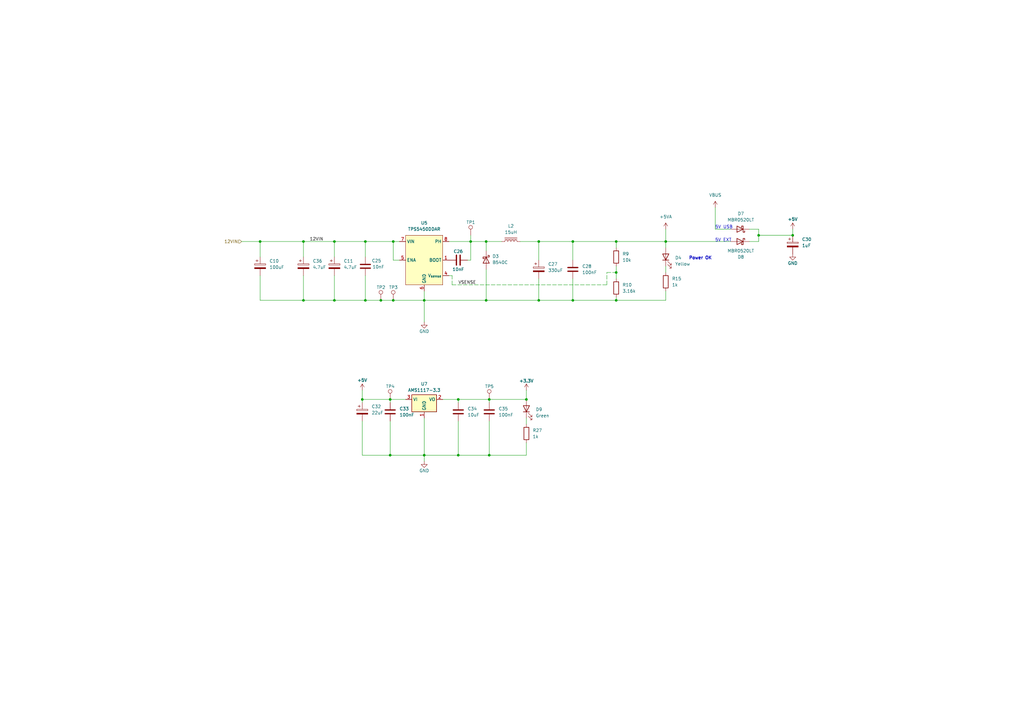
<source format=kicad_sch>
(kicad_sch (version 20231120) (generator "eeschema") (generator_version "8.0")
  (paper "A3")
  (title_block (title "Porto - Butterfly") (date "2025-02-23") (rev "v2.0"))
  (lib_symbols
    (symbol "Connector:TestPoint" (pin_numbers hide) (pin_names (offset 0.762) hide)
      (property "Reference" "TP" (at 0 6.858 0))
      (property "Value" "TestPoint" (at 0 5.08 0))
      (symbol "TestPoint_0_1"
        (circle (center 0 3.302) (radius 0.762))
      )
      (symbol "TestPoint_1_1"
        (pin passive line (at 0 0 90) (length 2.54) (name "1") (number "1"))
      )
    )
    (symbol "Device:C" (pin_numbers hide) (pin_names (offset 0.254))
      (property "Reference" "C" (at 0.635 2.54 0))
      (property "Value" "C" (at 0.635 -2.54 0))
      (symbol "C_0_1"
        (polyline (pts (xy -2.032 -0.762) (xy 2.032 -0.762)) (stroke (width 0.508)))
        (polyline (pts (xy -2.032 0.762) (xy 2.032 0.762)) (stroke (width 0.508)))
      )
      (symbol "C_1_1"
        (pin passive line (at 0 3.81 270) (length 2.794) (name "~") (number "1"))
        (pin passive line (at 0 -3.81 90) (length 2.794) (name "~") (number "2"))
      )
    )
    (symbol "Device:C_Polarized" (pin_numbers hide) (pin_names (offset 0.254))
      (property "Reference" "C" (at 0.635 2.54 0))
      (property "Value" "C_Polarized" (at 0.635 -2.54 0))
      (symbol "C_Polarized_0_1"
        (rectangle (start -2.286 0.508) (end 2.286 1.016))
        (polyline (pts (xy -1.778 2.286) (xy -0.762 2.286)))
        (polyline (pts (xy -1.27 2.794) (xy -1.27 1.778)))
        (rectangle (start 2.286 -0.508) (end -2.286 -1.016) (fill (type outline)))
      )
      (symbol "C_Polarized_1_1"
        (pin passive line (at 0 3.81 270) (length 2.794) (name "~") (number "1"))
        (pin passive line (at 0 -3.81 90) (length 2.794) (name "~") (number "2"))
      )
    )
    (symbol "Device:D_Schottky" (pin_numbers hide) (pin_names (offset 1.016) hide)
      (property "Reference" "D" (at 0 2.54 0))
      (property "Value" "D_Schottky" (at 0 -2.54 0))
      (symbol "D_Schottky_0_1"
        (polyline (pts (xy 1.27 0) (xy -1.27 0)))
        (polyline (pts (xy 1.27 1.27) (xy 1.27 -1.27) (xy -1.27 0) (xy 1.27 1.27)) (stroke (width 0.254)))
        (polyline (pts (xy -1.905 0.635) (xy -1.905 1.27) (xy -1.27 1.27) (xy -1.27 -1.27) (xy -0.635 -1.27) (xy -0.635 -0.635)) (stroke (width 0.254)))
      )
      (symbol "D_Schottky_1_1"
        (pin passive line (at -3.81 0 0) (length 2.54) (name "K") (number "1"))
        (pin passive line (at 3.81 0 180) (length 2.54) (name "A") (number "2"))
      )
    )
    (symbol "Device:LED" (pin_numbers hide) (pin_names (offset 1.016) hide)
      (property "Reference" "D" (at 0 2.54 0))
      (property "Value" "LED" (at 0 -2.54 0))
      (symbol "LED_0_1"
        (polyline (pts (xy -1.27 -1.27) (xy -1.27 1.27)) (stroke (width 0.254)))
        (polyline (pts (xy -1.27 0) (xy 1.27 0)))
        (polyline (pts (xy 1.27 -1.27) (xy 1.27 1.27) (xy -1.27 0) (xy 1.27 -1.27)) (stroke (width 0.254)))
        (polyline (pts (xy -3.048 -0.762) (xy -4.572 -2.286) (xy -3.81 -2.286) (xy -4.572 -2.286) (xy -4.572 -1.524)))
        (polyline (pts (xy -1.778 -0.762) (xy -3.302 -2.286) (xy -2.54 -2.286) (xy -3.302 -2.286) (xy -3.302 -1.524)))
      )
      (symbol "LED_1_1"
        (pin passive line (at -3.81 0 0) (length 2.54) (name "K") (number "1"))
        (pin passive line (at 3.81 0 180) (length 2.54) (name "A") (number "2"))
      )
    )
    (symbol "Device:L_Iron" (pin_numbers hide) (pin_names (offset 1.016) hide)
      (property "Reference" "L" (at -1.27 0 90))
      (property "Value" "L_Iron" (at 2.794 0 90))
      (symbol "L_Iron_0_1"
        (arc (start 0 -2.54) (mid 0.6323 -1.905) (end 0 -1.27))
        (arc (start 0 -1.27) (mid 0.6323 -0.635) (end 0 0))
        (polyline (pts (xy 1.016 2.54) (xy 1.016 -2.54)))
        (polyline (pts (xy 1.524 -2.54) (xy 1.524 2.54)))
        (arc (start 0 0) (mid 0.6323 0.635) (end 0 1.27))
        (arc (start 0 1.27) (mid 0.6323 1.905) (end 0 2.54))
      )
      (symbol "L_Iron_1_1"
        (pin passive line (at 0 3.81 270) (length 1.27) (name "1") (number "1"))
        (pin passive line (at 0 -3.81 90) (length 1.27) (name "2") (number "2"))
      )
    )
    (symbol "Device:R" (pin_numbers hide) (pin_names (offset 0))
      (property "Reference" "R" (at 2.032 0 90))
      (property "Value" "R" (at 0 0 90))
      (symbol "R_0_1"
        (rectangle (start -1.016 -2.54) (end 1.016 2.54) (stroke (width 0.254)))
      )
      (symbol "R_1_1"
        (pin passive line (at 0 3.81 270) (length 1.27) (name "~") (number "1"))
        (pin passive line (at 0 -3.81 90) (length 1.27) (name "~") (number "2"))
      )
    )
    (symbol "Diode:MBR0520LT" (pin_numbers hide) (pin_names (offset 1.016) hide)
      (property "Reference" "D" (at 0 2.54 0))
      (property "Value" "MBR0520LT" (at 0 -2.54 0))
      (symbol "MBR0520LT_0_1"
        (polyline (pts (xy 1.27 0) (xy -1.27 0)))
        (polyline (pts (xy 1.27 1.27) (xy 1.27 -1.27) (xy -1.27 0) (xy 1.27 1.27)) (stroke (width 0.254)))
        (polyline (pts (xy -1.905 0.635) (xy -1.905 1.27) (xy -1.27 1.27) (xy -1.27 -1.27) (xy -0.635 -1.27) (xy -0.635 -0.635)) (stroke (width 0.254)))
      )
      (symbol "MBR0520LT_1_1"
        (pin passive line (at -3.81 0 0) (length 2.54) (name "K") (number "1"))
        (pin passive line (at 3.81 0 180) (length 2.54) (name "A") (number "2"))
      )
    )
    (symbol "Regulator_Linear:AMS1117-3.3"
      (property "Reference" "U" (at -3.81 3.175 0))
      (property "Value" "AMS1117-3.3" (at 0 3.175 0))
      (symbol "AMS1117-3.3_0_1"
        (rectangle (start -5.08 -5.08) (end 5.08 1.905) (stroke (width 0.254)) (fill (type background)))
      )
      (symbol "AMS1117-3.3_1_1"
        (pin power_in line (at 0 -7.62 90) (length 2.54) (name "GND") (number "1"))
        (pin power_out line (at 7.62 0 180) (length 2.54) (name "VO") (number "2"))
        (pin power_in line (at -7.62 0 0) (length 2.54) (name "VI") (number "3"))
      )
    )
    (symbol "butterfly-schematic-libs:TPS5450DDAR"
      (property "Reference" "U" (at 0 14.478 0))
      (property "Value" "TPS5450DDAR" (at 0 12.192 0))
      (symbol "TPS5450DDAR_0_0"
        (pin unspecified line (at 10.16 0 180) (length 2.54) (name "BOOT") (number "1"))
        (pin unspecified line (at 10.16 -6.35 180) (length 2.54) (name "V_{sense}") (number "4"))
        (pin unspecified line (at -10.16 0 0) (length 2.54) (name "ENA") (number "5"))
        (pin unspecified line (at 0 -12.7 90) (length 2.54) (name "GND") (number "6"))
        (pin unspecified line (at -10.16 7.62 0) (length 2.54) (name "VIN") (number "7"))
        (pin unspecified line (at 10.16 7.62 180) (length 2.54) (name "PH") (number "8"))
      )
      (symbol "TPS5450DDAR_1_0"
        (pin no_connect line (at -10.16 -6.35 0) (length 2.54) hide (name "") (number "2"))
        (pin no_connect line (at -10.16 -8.89 0) (length 2.54) hide (name "") (number "3"))
        (pin unspecified line (at 0 -12.7 90) (length 2.54) hide (name "GND") (number "9"))
      )
      (symbol "TPS5450DDAR_1_1"
        (rectangle (start -7.62 10.16) (end 7.62 -10.16) (fill (type background)))
      )
    )
    (symbol "power:+3.3V" (power) (pin_numbers hide) (pin_names (offset 0) hide)
      (property "Value" "+3.3V" (at 0 3.556 0))
      (symbol "+3.3V_0_1"
        (polyline (pts (xy -0.762 1.27) (xy 0 2.54)))
        (polyline (pts (xy 0 0) (xy 0 2.54)))
        (polyline (pts (xy 0 2.54) (xy 0.762 1.27)))
      )
      (symbol "+3.3V_1_1"
        (pin power_in line (at 0 0 90) (length 0) (name "~") (number "1"))
      )
    )
    (symbol "power:+5V" (power) (pin_numbers hide) (pin_names (offset 0) hide)
      (property "Value" "+5V" (at 0 3.556 0))
      (symbol "+5V_0_1"
        (polyline (pts (xy -0.762 1.27) (xy 0 2.54)))
        (polyline (pts (xy 0 0) (xy 0 2.54)))
        (polyline (pts (xy 0 2.54) (xy 0.762 1.27)))
      )
      (symbol "+5V_1_1"
        (pin power_in line (at 0 0 90) (length 0) (name "~") (number "1"))
      )
    )
    (symbol "power:+5VA" (power) (pin_numbers hide) (pin_names (offset 0) hide)
      (property "Value" "+5VA" (at 0 3.556 0))
      (symbol "+5VA_0_1"
        (polyline (pts (xy -0.762 1.27) (xy 0 2.54)))
        (polyline (pts (xy 0 0) (xy 0 2.54)))
        (polyline (pts (xy 0 2.54) (xy 0.762 1.27)))
      )
      (symbol "+5VA_1_1"
        (pin power_in line (at 0 0 90) (length 0) (name "~") (number "1"))
      )
    )
    (symbol "power:GND" (power) (pin_numbers hide) (pin_names (offset 0) hide)
      (property "Value" "GND" (at 0 -3.81 0))
      (symbol "GND_0_1"
        (polyline (pts (xy 0 0) (xy 0 -1.27) (xy 1.27 -1.27) (xy 0 -2.54) (xy -1.27 -1.27) (xy 0 -1.27)))
      )
      (symbol "GND_1_1"
        (pin power_in line (at 0 0 270) (length 0) (name "~") (number "1"))
      )
    )
    (symbol "power:VBUS" (power) (pin_numbers hide) (pin_names (offset 0) hide)
      (property "Value" "VBUS" (at 0 3.556 0))
      (symbol "VBUS_0_1"
        (polyline (pts (xy -0.762 1.27) (xy 0 2.54)))
        (polyline (pts (xy 0 0) (xy 0 2.54)))
        (polyline (pts (xy 0 2.54) (xy 0.762 1.27)))
      )
      (symbol "VBUS_1_1"
        (pin power_in line (at 0 0 90) (length 0) (name "~") (number "1"))
      )
    )
  )
  (junction (at 215.9 163.83))
  (junction (at 199.39 123.19))
  (junction (at 220.98 99.06))
  (junction (at 137.16 99.06))
  (junction (at 199.39 99.06))
  (junction (at 160.02 186.69))
  (junction (at 234.95 123.19))
  (junction (at 106.68 99.06))
  (junction (at 149.86 99.06))
  (junction (at 252.73 123.19))
  (junction (at 161.29 123.19))
  (junction (at 325.12 96.52))
  (junction (at 156.21 123.19))
  (junction (at 234.95 99.06))
  (junction (at 137.16 123.19))
  (junction (at 200.66 186.69))
  (junction (at 311.15 96.52))
  (junction (at 149.86 123.19))
  (junction (at 124.46 99.06))
  (junction (at 273.05 99.06))
  (junction (at 252.73 111.76))
  (junction (at 200.66 163.83))
  (junction (at 193.04 99.06))
  (junction (at 148.59 163.83))
  (junction (at 173.99 186.69))
  (junction (at 161.29 99.06))
  (junction (at 124.46 123.19))
  (junction (at 187.96 163.83))
  (junction (at 187.96 186.69))
  (junction (at 173.99 123.19))
  (junction (at 160.02 163.83))
  (junction (at 220.98 123.19))
  (junction (at 252.73 99.06))
  (wire (pts (xy 184.15 99.06) (xy 193.04 99.06)))
  (wire (pts (xy 161.29 106.68) (xy 161.29 99.06)))
  (wire (pts (xy 252.73 123.19) (xy 234.95 123.19)))
  (wire (pts (xy 124.46 99.06) (xy 124.46 105.41)))
  (wire (pts (xy 220.98 99.06) (xy 220.98 106.68)))
  (wire (pts (xy 173.99 186.69) (xy 187.96 186.69)))
  (wire (pts (xy 137.16 99.06) (xy 137.16 105.41)))
  (wire (pts (xy 124.46 113.03) (xy 124.46 123.19)))
  (wire (pts (xy 311.15 93.98) (xy 307.34 93.98)))
  (wire (pts (xy 124.46 123.19) (xy 137.16 123.19)))
  (wire (pts (xy 311.15 96.52) (xy 311.15 93.98)))
  (wire (pts (xy 252.73 111.76) (xy 252.73 114.3)))
  (wire (pts (xy 124.46 99.06) (xy 137.16 99.06)))
  (wire (pts (xy 213.36 99.06) (xy 220.98 99.06)))
  (wire (pts (xy 160.02 163.83) (xy 166.37 163.83)))
  (wire (pts (xy 273.05 99.06) (xy 299.72 99.06)))
  (wire (pts (xy 99.06 99.06) (xy 106.68 99.06)))
  (wire (pts (xy 293.37 85.09) (xy 293.37 93.98)))
  (wire (pts (xy 273.05 119.38) (xy 273.05 123.19)))
  (wire (pts (xy 234.95 106.68) (xy 234.95 99.06)))
  (wire (pts (xy 187.96 172.72) (xy 187.96 186.69)))
  (wire (pts (xy 191.77 106.68) (xy 193.04 106.68)))
  (wire (pts (xy 148.59 165.1) (xy 148.59 163.83)))
  (wire (pts (xy 200.66 172.72) (xy 200.66 186.69)))
  (wire (pts (xy 200.66 163.83) (xy 200.66 165.1)))
  (wire (pts (xy 137.16 113.03) (xy 137.16 123.19)))
  (wire (pts (xy 200.66 186.69) (xy 187.96 186.69)))
  (wire (pts (xy 215.9 186.69) (xy 200.66 186.69)))
  (wire (pts (xy 220.98 123.19) (xy 199.39 123.19)))
  (wire (pts (xy 220.98 114.3) (xy 220.98 123.19)))
  (wire (pts (xy 106.68 99.06) (xy 124.46 99.06)))
  (wire (pts (xy 215.9 171.45) (xy 215.9 173.99)))
  (wire (pts (xy 173.99 123.19) (xy 161.29 123.19)))
  (wire (pts (xy 149.86 99.06) (xy 161.29 99.06)))
  (wire (pts (xy 215.9 181.61) (xy 215.9 186.69)))
  (wire (pts (xy 273.05 101.6) (xy 273.05 99.06)))
  (wire (pts (xy 273.05 93.98) (xy 273.05 99.06)))
  (wire (pts (xy 181.61 163.83) (xy 187.96 163.83)))
  (wire (pts (xy 161.29 123.19) (xy 156.21 123.19)))
  (wire (pts (xy 307.34 99.06) (xy 311.15 99.06)))
  (wire (pts (xy 199.39 99.06) (xy 205.74 99.06)))
  (wire (pts (xy 248.92 111.76) (xy 252.73 111.76)) (stroke (width 0) (type dash)))
  (wire (pts (xy 193.04 99.06) (xy 199.39 99.06)))
  (wire (pts (xy 234.95 99.06) (xy 252.73 99.06)))
  (wire (pts (xy 248.92 116.84) (xy 248.92 111.76)) (stroke (width 0) (type dash)))
  (wire (pts (xy 160.02 163.83) (xy 160.02 165.1)))
  (wire (pts (xy 311.15 96.52) (xy 325.12 96.52)))
  (wire (pts (xy 325.12 93.98) (xy 325.12 96.52)))
  (wire (pts (xy 163.83 106.68) (xy 161.29 106.68)))
  (wire (pts (xy 173.99 123.19) (xy 173.99 119.38)))
  (wire (pts (xy 148.59 186.69) (xy 160.02 186.69)))
  (wire (pts (xy 185.42 116.84) (xy 185.42 113.03)) (stroke (width 0) (type dash)))
  (wire (pts (xy 234.95 123.19) (xy 220.98 123.19)))
  (wire (pts (xy 185.42 113.03) (xy 184.15 113.03)) (stroke (width 0) (type dash)))
  (wire (pts (xy 199.39 123.19) (xy 173.99 123.19)))
  (wire (pts (xy 149.86 113.03) (xy 149.86 123.19)))
  (wire (pts (xy 311.15 99.06) (xy 311.15 96.52)))
  (wire (pts (xy 193.04 96.52) (xy 193.04 99.06)))
  (wire (pts (xy 173.99 123.19) (xy 173.99 132.08)))
  (wire (pts (xy 293.37 93.98) (xy 299.72 93.98)))
  (wire (pts (xy 199.39 110.49) (xy 199.39 123.19)))
  (wire (pts (xy 106.68 113.03) (xy 106.68 123.19)))
  (wire (pts (xy 234.95 99.06) (xy 220.98 99.06)))
  (wire (pts (xy 273.05 99.06) (xy 252.73 99.06)))
  (wire (pts (xy 200.66 163.83) (xy 215.9 163.83)))
  (wire (pts (xy 187.96 163.83) (xy 187.96 165.1)))
  (wire (pts (xy 193.04 106.68) (xy 193.04 99.06)))
  (wire (pts (xy 148.59 163.83) (xy 160.02 163.83)))
  (wire (pts (xy 149.86 123.19) (xy 137.16 123.19)))
  (wire (pts (xy 106.68 123.19) (xy 124.46 123.19)))
  (wire (pts (xy 252.73 109.22) (xy 252.73 111.76)))
  (wire (pts (xy 149.86 99.06) (xy 149.86 105.41)))
  (wire (pts (xy 252.73 99.06) (xy 252.73 101.6)))
  (wire (pts (xy 106.68 105.41) (xy 106.68 99.06)))
  (wire (pts (xy 273.05 123.19) (xy 252.73 123.19)))
  (wire (pts (xy 173.99 186.69) (xy 173.99 189.23)))
  (wire (pts (xy 185.42 116.84) (xy 248.92 116.84)) (stroke (width 0) (type dash)))
  (wire (pts (xy 173.99 171.45) (xy 173.99 186.69)))
  (wire (pts (xy 234.95 114.3) (xy 234.95 123.19)))
  (wire (pts (xy 148.59 172.72) (xy 148.59 186.69)))
  (wire (pts (xy 156.21 123.19) (xy 149.86 123.19)))
  (wire (pts (xy 199.39 99.06) (xy 199.39 102.87)))
  (wire (pts (xy 160.02 186.69) (xy 173.99 186.69)))
  (wire (pts (xy 148.59 160.02) (xy 148.59 163.83)))
  (wire (pts (xy 252.73 121.92) (xy 252.73 123.19)))
  (wire (pts (xy 137.16 99.06) (xy 149.86 99.06)))
  (wire (pts (xy 215.9 160.02) (xy 215.9 163.83)))
  (wire (pts (xy 160.02 172.72) (xy 160.02 186.69)))
  (wire (pts (xy 161.29 99.06) (xy 163.83 99.06)))
  (wire (pts (xy 273.05 109.22) (xy 273.05 111.76)))
  (wire (pts (xy 187.96 163.83) (xy 200.66 163.83)))
  (text "5V USB" (at 296.926 93.218 0) (effects (font (size 1.27 1.27))))
  (text "5V EXT" (at 296.672 98.552 0) (effects (font (size 1.27 1.27))))
  (text "Power OK" (at 287.274 105.918 0) (effects (font (size 1.27 1.27) (thickness 0.254) (bold yes))))
  (label "12VIN" (at 127 99.06 0))
  (label "VSENSE" (at 187.96 116.84 0))
  (hierarchical_label "12VIN" (shape input) (at 99.06 99.06 180))
  (symbol (lib_id "Device:C") (at 200.66 168.91 0) (unit 1)
    (property "Reference" "C35" (at 204.47 167.6399 0) (effects (justify left)))
    (property "Value" "100nF" (at 204.47 170.1799 0) (effects (justify left)))
    (property "Footprint" "Capacitor_SMD:C_0402_1005Metric" (effects (hide yes)))
    (property "Description" "16V 100nF X7R ±10% 0402 Multilayer Ceramic Capacitors MLCC - SMD/SMT ROHS" (effects (hide yes)))
    (property "JLC" "C1525" (effects (hide yes)))
  )
  (symbol (lib_id "Device:C_Polarized") (at 137.16 109.22 0) (unit 1)
    (property "Reference" "C11" (at 140.97 107.0609 0) (effects (justify left)))
    (property "Value" "4.7uF" (at 140.97 109.6009 0) (effects (justify left)))
    (property "Footprint" "Capacitor_Tantalum_SMD:CP_EIA-3216-10_Kemet-I" (effects (hide yes)))
    (property "Description" "4.7uF 16V 4Ω@100kHz ±10% CASE-A-3216-18(mm) Tantalum Capacitors ROHS" (effects (hide yes)))
    (property "JLC" "C7187" (effects (hide yes)))
  )
  (symbol (lib_id "power:+5VA") (at 273.05 93.98 0) (unit 1)
    (property "Reference" "#PWR079" (effects (hide yes)))
    (property "Value" "+5VA" (at 273.05 88.9 0))
    (property "Description" "Power symbol creates a global label with name \"+5VA\"" (effects (hide yes)))
  )
  (symbol (lib_id "Device:C") (at 234.95 110.49 0) (unit 1)
    (property "Reference" "C28" (at 238.76 109.2199 0) (effects (justify left)))
    (property "Value" "100nF" (at 238.76 111.7599 0) (effects (justify left)))
    (property "Footprint" "Capacitor_SMD:C_0402_1005Metric" (effects (hide yes)))
    (property "Description" "16V 100nF X7R ±10% 0402 Multilayer Ceramic Capacitors MLCC - SMD/SMT ROHS" (effects (hide yes)))
    (property "JLC" "C1525" (effects (hide yes)))
  )
  (symbol (lib_id "Device:C_Polarized") (at 106.68 109.22 0) (unit 1)
    (property "Reference" "C10" (at 110.49 107.0609 0) (effects (justify left)))
    (property "Value" "100uF" (at 110.49 109.6009 0) (effects (justify left)))
    (property "Footprint" "Capacitor_SMD:CP_Elec_6.3x5.4" (effects (hide yes)))
    (property "Description" "100uF 16V 63mA@120Hz ±20% SMD,D6.3xL5.4mm  Aluminum Electrolytic Capacitors - SMD ROHS" (effects (hide yes)))
    (property "JLC" "C970684" (effects (hide yes)))
  )
  (symbol (lib_id "Connector:TestPoint") (at 193.04 96.52 0) (unit 1)
    (property "Reference" "TP1" (at 191.262 91.186 0) (effects (justify left)))
    (property "Value" "TestPoint" (effects (hide yes)))
    (property "Footprint" "TestPoint:TestPoint_Pad_D1.5mm" (effects (hide yes)))
    (property "Description" "test point" (effects (hide yes)))
  )
  (symbol (lib_id "Connector:TestPoint") (at 160.02 163.83 0) (unit 1)
    (property "Reference" "TP4" (at 158.242 158.496 0) (effects (justify left)))
    (property "Value" "TestPoint" (effects (hide yes)))
    (property "Footprint" "TestPoint:TestPoint_Pad_D1.5mm" (effects (hide yes)))
    (property "Description" "test point" (effects (hide yes)))
  )
  (symbol (lib_id "power:GND") (at 325.12 104.14 0) (unit 1)
    (property "Reference" "#PWR041" (effects (hide yes)))
    (property "Value" "GND" (at 325.12 107.95 0))
    (property "Description" "Power symbol creates a global label with name \"GND\" , ground" (effects (hide yes)))
  )
  (symbol (lib_id "butterfly-schematic-libs:TPS5450DDAR") (at 173.99 106.68 0) (unit 1)
    (property "Reference" "U5" (at 173.99 91.44 0))
    (property "Value" "TPS5450DDAR" (at 173.99 93.98 0))
    (property "Footprint" "butterfly-footprint-libs:DDA8_3P1X2P4-L" (effects (hide yes)))
    (property "Datasheet" "https://www.lcsc.com/datasheet/lcsc_datasheet_1809200042_Texas-Instruments-TPS5450DDAR_C114425.pdf" (effects (hide yes)))
    (property "Description" "Step-down type Adjustable 1.221V~31.32V 5A 5.5V~36V SOP-8-EP-150mil DC-DC Converters ROHS" (effects (hide yes)))
    (property "JLC" "C114425" (effects (hide yes)))
  )
  (symbol (lib_id "Device:C_Polarized") (at 124.46 109.22 0) (unit 1)
    (property "Reference" "C36" (at 128.27 107.0609 0) (effects (justify left)))
    (property "Value" "4.7uF" (at 128.27 109.6009 0) (effects (justify left)))
    (property "Footprint" "Capacitor_Tantalum_SMD:CP_EIA-3216-10_Kemet-I" (effects (hide yes)))
    (property "Description" "4.7uF 16V 4Ω@100kHz ±10% CASE-A-3216-18(mm) Tantalum Capacitors ROHS" (effects (hide yes)))
    (property "JLC" "C7187" (effects (hide yes)))
  )
  (symbol (lib_id "power:GND") (at 173.99 189.23 0) (unit 1)
    (property "Reference" "#PWR065" (effects (hide yes)))
    (property "Value" "GND" (at 173.99 193.04 0))
    (property "Description" "Power symbol creates a global label with name \"GND\" , ground" (effects (hide yes)))
  )
  (symbol (lib_id "Device:C") (at 187.96 106.68 90) (unit 1)
    (property "Reference" "C26" (at 187.96 103.124 90))
    (property "Value" "10nF" (at 187.96 110.49 90))
    (property "Footprint" "Capacitor_SMD:C_0402_1005Metric" (effects (hide yes)))
    (property "Description" "50V 10nF X7R ±10% 0402 Multilayer Ceramic Capacitors MLCC - SMD/SMT ROHS" (effects (hide yes)))
    (property "JLC" "C15195" (effects (hide yes)))
  )
  (symbol (lib_id "Connector:TestPoint") (at 156.21 123.19 0) (unit 1)
    (property "Reference" "TP2" (at 154.432 117.856 0) (effects (justify left)))
    (property "Value" "TestPoint" (effects (hide yes)))
    (property "Footprint" "TestPoint:TestPoint_Pad_D1.5mm" (effects (hide yes)))
    (property "Description" "test point" (effects (hide yes)))
  )
  (symbol (lib_id "Device:L_Iron") (at 209.55 99.06 90) (unit 1)
    (property "Reference" "L2" (at 209.55 92.71 90))
    (property "Value" "15uH" (at 209.55 95.25 90))
    (property "Footprint" "butterfly-footprint-libs:INDPM120120X800N" (effects (hide yes)))
    (property "Description" "5.65A 15uH ±20% 5.65A SMD-4P,12x12mm Power Inductors ROHS" (effects (hide yes)))
    (property "JLC" "C879410" (effects (hide yes)))
  )
  (symbol (lib_id "power:GND") (at 173.99 132.08 0) (unit 1)
    (property "Reference" "#PWR034" (effects (hide yes)))
    (property "Value" "GND" (at 173.99 135.89 0))
    (property "Description" "Power symbol creates a global label with name \"GND\" , ground" (effects (hide yes)))
  )
  (symbol (lib_id "Device:C") (at 187.96 168.91 0) (unit 1)
    (property "Reference" "C34" (at 191.77 167.6399 0) (effects (justify left)))
    (property "Value" "10uF" (at 191.77 170.1799 0) (effects (justify left)))
    (property "Footprint" "Capacitor_SMD:C_0402_1005Metric" (effects (hide yes)))
    (property "Description" "6.3V 10uF X5R ±20% 0402 Multilayer Ceramic Capacitors MLCC - SMD/SMT ROHS" (effects (hide yes)))
    (property "JLC" "C15525" (effects (hide yes)))
  )
  (symbol (lib_id "Diode:MBR0520LT") (at 303.53 99.06 0) (mirror y) (unit 1)
    (property "Reference" "D8" (at 303.8475 105.41 0))
    (property "Value" "MBR0520LT" (at 303.8475 102.87 0))
    (property "Footprint" "Diode_SMD:D_SOD-123" (effects (hide yes)))
    (property "Datasheet" "http://www.onsemi.com/pub_link/Collateral/MBR0520LT1-D.PDF" (effects (hide yes)))
    (property "Description" "20V 0.5A Schottky Power Rectifier Diode, SOD-123" (effects (hide yes)))
    (property "JLC" "C165467" (effects (hide yes)))
  )
  (symbol (lib_id "Diode:MBR0520LT") (at 303.53 93.98 180) (unit 1)
    (property "Reference" "D7" (at 303.8475 87.63 0))
    (property "Value" "MBR0520LT" (at 303.8475 90.17 0))
    (property "Footprint" "Diode_SMD:D_SOD-123" (effects (hide yes)))
    (property "Datasheet" "http://www.onsemi.com/pub_link/Collateral/MBR0520LT1-D.PDF" (effects (hide yes)))
    (property "Description" "20V 0.5A Schottky Power Rectifier Diode, SOD-123" (effects (hide yes)))
    (property "JLC" "C165467" (effects (hide yes)))
  )
  (symbol (lib_id "Device:C_Polarized") (at 148.59 168.91 0) (unit 1)
    (property "Reference" "C32" (at 152.4 166.7509 0) (effects (justify left)))
    (property "Value" "22uF" (at 152.4 169.2909 0) (effects (justify left)))
    (property "Footprint" "Capacitor_SMD:C_1206_3216Metric" (effects (hide yes)))
    (property "Description" "22uF 6.3V 3Ω@100kHz ±10% CASE-A-3216-18(mm) Tantalum Capacitors ROHS" (effects (hide yes)))
    (property "JLC" "C7182" (effects (hide yes)))
  )
  (symbol (lib_id "Device:R") (at 273.05 115.57 0) (unit 1)
    (property "Reference" "R15" (at 275.59 114.2999 0) (effects (justify left)))
    (property "Value" "1k" (at 275.59 116.8399 0) (effects (justify left)))
    (property "Footprint" "Resistor_SMD:R_0402_1005Metric_Pad0.72x0.64mm_HandSolder" (effects (hide yes)))
    (property "Description" "Resistor" (effects (hide yes)))
    (property "JLC" "C11702" (effects (hide yes)))
  )
  (symbol (lib_id "Device:R") (at 215.9 177.8 0) (unit 1)
    (property "Reference" "R27" (at 218.44 176.5299 0) (effects (justify left)))
    (property "Value" "1k" (at 218.44 179.0699 0) (effects (justify left)))
    (property "Footprint" "Resistor_SMD:R_0402_1005Metric_Pad0.72x0.64mm_HandSolder" (effects (hide yes)))
    (property "Description" "Resistor" (effects (hide yes)))
    (property "JLC" "C11702" (effects (hide yes)))
  )
  (symbol (lib_id "power:VBUS") (at 293.37 85.09 0) (unit 1)
    (property "Reference" "#PWR035" (effects (hide yes)))
    (property "Value" "VBUS" (at 293.37 80.01 0))
    (property "Description" "Power symbol creates a global label with name \"VBUS\"" (effects (hide yes)))
  )
  (symbol (lib_id "Device:R") (at 252.73 118.11 0) (unit 1)
    (property "Reference" "R10" (at 255.27 116.8399 0) (effects (justify left)))
    (property "Value" "3.16k" (at 255.27 119.3799 0) (effects (justify left)))
    (property "Footprint" "Resistor_SMD:R_0402_1005Metric_Pad0.72x0.64mm_HandSolder" (effects (hide yes)))
    (property "Description" "Resistor" (effects (hide yes)))
    (property "JLC" "C102969" (effects (hide yes)))
  )
  (symbol (lib_id "Device:C") (at 160.02 168.91 0) (unit 1)
    (property "Reference" "C33" (at 163.83 167.6399 0) (effects (justify left)))
    (property "Value" "100nF" (at 163.83 170.1799 0) (effects (justify left)))
    (property "Footprint" "Capacitor_SMD:C_0402_1005Metric" (effects (hide yes)))
    (property "Description" "16V 100nF X7R ±10% 0402 Multilayer Ceramic Capacitors MLCC - SMD/SMT ROHS" (effects (hide yes)))
    (property "JLC" "C1525" (effects (hide yes)))
  )
  (symbol (lib_id "Device:R") (at 252.73 105.41 0) (unit 1)
    (property "Reference" "R9" (at 255.27 104.1399 0) (effects (justify left)))
    (property "Value" "10k" (at 255.27 106.6799 0) (effects (justify left)))
    (property "Footprint" "Resistor_SMD:R_0402_1005Metric_Pad0.72x0.64mm_HandSolder" (effects (hide yes)))
    (property "Description" "Resistor" (effects (hide yes)))
    (property "JLC" "C25744" (effects (hide yes)))
  )
  (symbol (lib_id "Regulator_Linear:AMS1117-3.3") (at 173.99 163.83 0) (unit 1)
    (property "Reference" "U7" (at 173.99 157.48 0))
    (property "Value" "AMS1117-3.3" (at 173.99 160.02 0))
    (property "Footprint" "Package_TO_SOT_SMD:SOT-223-3_TabPin2" (effects (hide yes)))
    (property "Datasheet" "http://www.advanced-monolithic.com/pdf/ds1117.pdf" (effects (hide yes)))
    (property "Description" "1A Low Dropout regulator, positive, 3.3V fixed output, SOT-223" (effects (hide yes)))
    (property "JLC" "C6186" (effects (hide yes)))
  )
  (symbol (lib_id "Connector:TestPoint") (at 161.29 123.19 0) (unit 1)
    (property "Reference" "TP3" (at 159.512 117.856 0) (effects (justify left)))
    (property "Value" "TestPoint" (effects (hide yes)))
    (property "Footprint" "TestPoint:TestPoint_Pad_D1.5mm" (effects (hide yes)))
    (property "Description" "test point" (effects (hide yes)))
  )
  (symbol (lib_id "Connector:TestPoint") (at 200.66 163.83 0) (unit 1)
    (property "Reference" "TP5" (at 198.882 158.496 0) (effects (justify left)))
    (property "Value" "TestPoint" (effects (hide yes)))
    (property "Footprint" "TestPoint:TestPoint_Pad_D1.5mm" (effects (hide yes)))
    (property "Description" "test point" (effects (hide yes)))
  )
  (symbol (lib_id "power:+5V") (at 325.12 93.98 0) (unit 1)
    (property "Reference" "#PWR040" (effects (hide yes)))
    (property "Value" "+5V" (at 325.12 89.916 0) (effects (font (bold yes))))
    (property "Description" "Power symbol creates a global label with name \"+5V\"" (effects (hide yes)))
  )
  (symbol (lib_id "power:+3.3V") (at 215.9 160.02 0) (unit 1)
    (property "Reference" "#PWR061" (effects (hide yes)))
    (property "Value" "+3.3V" (at 215.9 156.21 0) (effects (font (bold yes))))
    (property "Description" "Power symbol creates a global label with name \"+3.3V\"" (effects (hide yes)))
  )
  (symbol (lib_id "Device:D_Schottky") (at 199.39 106.68 270) (unit 1)
    (property "Reference" "D3" (at 201.93 105.0924 90) (effects (justify left)))
    (property "Value" "B540C" (at 201.93 107.6324 90) (effects (justify left)))
    (property "Footprint" "Diode_SMD:D_SMC" (effects (hide yes)))
    (property "Description" "Schottky diode" (effects (hide yes)))
    (property "JLC" "C6807783" (effects (hide yes)))
  )
  (symbol (lib_id "Device:C_Polarized") (at 325.12 100.33 0) (unit 1)
    (property "Reference" "C30" (at 328.93 98.1709 0) (effects (justify left)))
    (property "Value" "1uF" (at 328.93 100.7109 0) (effects (justify left)))
    (property "Footprint" "Capacitor_Tantalum_SMD:CP_EIA-3216-10_Kemet-I" (effects (hide yes)))
    (property "Description" "1uF 16V 11Ω ±10% CASE-A-3216-18(mm) Tantalum Capacitors ROHS" (effects (hide yes)))
    (property "JLC" "C7174" (effects (hide yes)))
  )
  (symbol (lib_id "Device:C") (at 149.86 109.22 180) (unit 1)
    (property "Reference" "C25" (at 154.432 106.934 0))
    (property "Value" "10nF" (at 155.194 109.474 0))
    (property "Footprint" "Capacitor_SMD:C_0402_1005Metric" (effects (hide yes)))
    (property "Description" "50V 10nF X7R ±10% 0402 Multilayer Ceramic Capacitors MLCC - SMD/SMT ROHS" (effects (hide yes)))
    (property "JLC" "C15195" (effects (hide yes)))
  )
  (symbol (lib_id "Device:LED") (at 273.05 105.41 90) (unit 1)
    (property "Reference" "D4" (at 276.86 105.7274 90) (effects (justify right)))
    (property "Value" "Yellow" (at 276.86 108.2674 90) (effects (justify right)))
    (property "Footprint" "LED_SMD:LED_0805_2012Metric" (effects (hide yes)))
    (property "Datasheet" "https://www.lcsc.com/datasheet/lcsc_datasheet_1806151129_Hubei-KENTO-Elec-KT-0805Y_C2296.pdf" (effects (hide yes)))
    (property "Description" "Light emitting diode" (effects (hide yes)))
    (property "JLC" "C2296" (effects (hide yes)))
  )
  (symbol (lib_id "Device:LED") (at 215.9 167.64 90) (unit 1)
    (property "Reference" "D9" (at 219.71 167.9574 90) (effects (justify right)))
    (property "Value" "Green" (at 219.71 170.4974 90) (effects (justify right)))
    (property "Footprint" "LED_SMD:LED_0805_2012Metric" (effects (hide yes)))
    (property "Description" "Emerald 0805 LED Indication - Discrete ROHS" (effects (hide yes)))
    (property "JLC" "C2297" (effects (hide yes)))
  )
  (symbol (lib_id "Device:C_Polarized") (at 220.98 110.49 0) (unit 1)
    (property "Reference" "C27" (at 224.79 108.3309 0) (effects (justify left)))
    (property "Value" "330uF" (at 224.79 110.8709 0) (effects (justify left)))
    (property "Footprint" "Capacitor_SMD:CP_Elec_6.3x7.7" (effects (hide yes)))
    (property "Description" "330uF 10V ±20% SMD,D6.3xL7.7mm Aluminum Electrolytic Capacitors - SMD ROHS" (effects (hide yes)))
    (property "JLC" "C58277" (effects (hide yes)))
  )
  (symbol (lib_id "power:+5V") (at 148.59 160.02 0) (unit 1)
    (property "Reference" "#PWR064" (effects (hide yes)))
    (property "Value" "+5V" (at 148.59 155.956 0) (effects (font (bold yes))))
    (property "Description" "Power symbol creates a global label with name \"+5V\"" (effects (hide yes)))
  )
)
</source>
